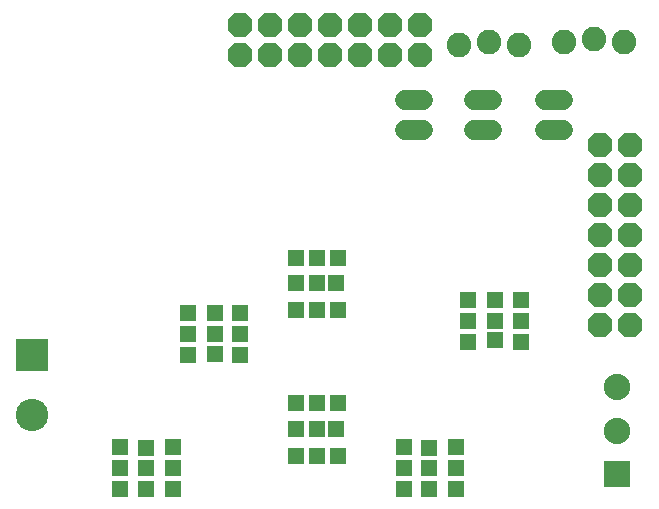
<source format=gbs>
G75*
G70*
%OFA0B0*%
%FSLAX24Y24*%
%IPPOS*%
%LPD*%
%AMOC8*
5,1,8,0,0,1.08239X$1,22.5*
%
%ADD10C,0.0680*%
%ADD11R,0.1080X0.1080*%
%ADD12C,0.1080*%
%ADD13R,0.0880X0.0880*%
%ADD14C,0.0880*%
%ADD15OC8,0.0820*%
%ADD16C,0.0820*%
%ADD17R,0.0556X0.0556*%
D10*
X014550Y014100D02*
X015150Y014100D01*
X015150Y015100D02*
X014550Y015100D01*
X016850Y015100D02*
X017450Y015100D01*
X017450Y014100D02*
X016850Y014100D01*
X019200Y014100D02*
X019800Y014100D01*
X019800Y015100D02*
X019200Y015100D01*
D11*
X002100Y006600D03*
D12*
X002100Y004600D03*
D13*
X021600Y002630D03*
D14*
X021600Y004078D03*
X021600Y005526D03*
D15*
X022050Y007600D03*
X022050Y008600D03*
X021050Y008600D03*
X021050Y007600D03*
X021050Y009600D03*
X021050Y010600D03*
X022050Y010600D03*
X022050Y009600D03*
X022050Y011600D03*
X022050Y012600D03*
X022050Y013600D03*
X021050Y013600D03*
X021050Y012600D03*
X021050Y011600D03*
X015050Y016600D03*
X014050Y016600D03*
X013050Y016600D03*
X012050Y016600D03*
X011050Y016600D03*
X010050Y016600D03*
X009050Y016600D03*
X009050Y017600D03*
X010050Y017600D03*
X011050Y017600D03*
X012050Y017600D03*
X013050Y017600D03*
X014050Y017600D03*
X015050Y017600D03*
D16*
X016350Y016950D03*
X017350Y017050D03*
X018350Y016950D03*
X019850Y017050D03*
X020850Y017150D03*
X021850Y017050D03*
D17*
X005050Y002150D03*
X005900Y002150D03*
X005900Y002850D03*
X005900Y003500D03*
X005050Y003550D03*
X005050Y002850D03*
X006800Y002850D03*
X006800Y003550D03*
X006800Y002150D03*
X010900Y003250D03*
X011600Y003250D03*
X012300Y003250D03*
X012250Y004150D03*
X011600Y004150D03*
X010900Y004150D03*
X010900Y005000D03*
X011600Y005000D03*
X012300Y005000D03*
X014500Y003550D03*
X014500Y002850D03*
X015350Y002850D03*
X015350Y003500D03*
X016250Y003550D03*
X016250Y002850D03*
X016250Y002150D03*
X015350Y002150D03*
X014500Y002150D03*
X009050Y006600D03*
X009050Y007300D03*
X009050Y008000D03*
X008200Y008000D03*
X008200Y007300D03*
X008200Y006650D03*
X007300Y006600D03*
X007300Y007300D03*
X007300Y008000D03*
X010900Y008100D03*
X011600Y008100D03*
X012300Y008100D03*
X012250Y009000D03*
X011600Y009000D03*
X010900Y009000D03*
X010900Y009850D03*
X011600Y009850D03*
X012300Y009850D03*
X016650Y008450D03*
X016650Y007750D03*
X016650Y007050D03*
X017550Y007100D03*
X018400Y007050D03*
X018400Y007750D03*
X017550Y007750D03*
X017550Y008450D03*
X018400Y008450D03*
M02*

</source>
